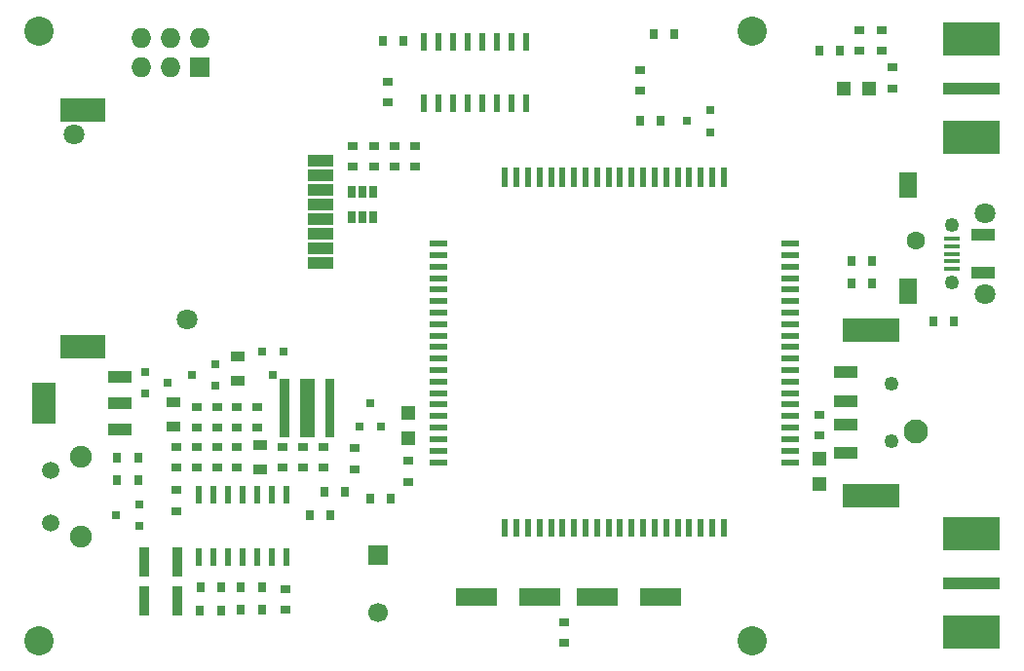
<source format=gts>
G04 #@! TF.FileFunction,Soldermask,Top*
%FSLAX46Y46*%
G04 Gerber Fmt 4.6, Leading zero omitted, Abs format (unit mm)*
G04 Created by KiCad (PCBNEW 4.0.2-stable) date 4/24/2017 9:06:07 AM*
%MOMM*%
G01*
G04 APERTURE LIST*
%ADD10C,0.100000*%
%ADD11R,0.900000X0.700000*%
%ADD12R,0.800100X0.800100*%
%ADD13R,3.599180X1.600200*%
%ADD14C,1.700000*%
%ADD15R,1.700000X1.700000*%
%ADD16C,2.540000*%
%ADD17R,0.600000X1.500000*%
%ADD18R,2.032000X3.657600*%
%ADD19R,2.032000X1.016000*%
%ADD20R,0.650000X1.060000*%
%ADD21R,1.250000X1.200000*%
%ADD22R,0.700000X0.900000*%
%ADD23C,1.800000*%
%ADD24R,1.350000X0.400000*%
%ADD25C,1.250000*%
%ADD26R,2.100000X1.100000*%
%ADD27R,5.000000X1.100000*%
%ADD28R,5.000000X3.000000*%
%ADD29R,2.300000X1.000000*%
%ADD30R,4.000000X2.000000*%
%ADD31R,1.600000X2.180000*%
%ADD32C,1.900000*%
%ADD33C,1.500000*%
%ADD34R,0.600000X1.800000*%
%ADD35R,1.500000X0.600000*%
%ADD36R,1.300000X0.900000*%
%ADD37R,0.900000X0.800000*%
%ADD38R,0.800000X0.900000*%
%ADD39R,1.727200X1.727200*%
%ADD40O,1.727200X1.727200*%
%ADD41C,1.600000*%
%ADD42C,2.100000*%
%ADD43R,0.900000X2.500000*%
%ADD44R,1.200000X1.250000*%
%ADD45R,2.000000X1.000000*%
%ADD46R,5.000000X2.000000*%
G04 APERTURE END LIST*
D10*
D11*
X115700000Y-20250000D03*
X115700000Y-18450000D03*
D12*
X51699240Y-48150000D03*
X51699240Y-50050000D03*
X53698220Y-49100000D03*
D13*
X86050820Y-67700000D03*
X80549180Y-67700000D03*
X91049180Y-67700000D03*
X96550820Y-67700000D03*
D14*
X72000000Y-69100000D03*
D15*
X72000000Y-64100000D03*
D16*
X42500000Y-71500000D03*
X42500000Y-18500000D03*
X104500000Y-18500000D03*
X104500000Y-71500000D03*
D17*
X63985000Y-58875000D03*
X62715000Y-58875000D03*
X61445000Y-58875000D03*
X60175000Y-58875000D03*
X58905000Y-58875000D03*
X57635000Y-58875000D03*
X56365000Y-58875000D03*
X56365000Y-64275000D03*
X57635000Y-64275000D03*
X58905000Y-64275000D03*
X60175000Y-64275000D03*
X61445000Y-64275000D03*
X62715000Y-64275000D03*
X63985000Y-64275000D03*
D18*
X42898000Y-50850000D03*
D19*
X49502000Y-50850000D03*
X49502000Y-48564000D03*
X49502000Y-53136000D03*
D17*
X75980000Y-24825000D03*
X77250000Y-24825000D03*
X78520000Y-24825000D03*
X79790000Y-24825000D03*
X81060000Y-24825000D03*
X82330000Y-24825000D03*
X83600000Y-24825000D03*
X84870000Y-24825000D03*
X84870000Y-19425000D03*
X83600000Y-19425000D03*
X82330000Y-19425000D03*
X81060000Y-19425000D03*
X79790000Y-19425000D03*
X78520000Y-19425000D03*
X77250000Y-19425000D03*
X75980000Y-19425000D03*
D20*
X71550000Y-32500000D03*
X70600000Y-32500000D03*
X69650000Y-32500000D03*
X69650000Y-34700000D03*
X71550000Y-34700000D03*
X70600000Y-34700000D03*
D21*
X74600000Y-53900000D03*
X74600000Y-51700000D03*
X110300000Y-55700000D03*
X110300000Y-57900000D03*
D11*
X116650000Y-23500000D03*
X116650000Y-21700000D03*
D22*
X110300000Y-20250000D03*
X112100000Y-20250000D03*
D23*
X124737460Y-41400900D03*
D24*
X121837460Y-39200900D03*
X121837460Y-38550900D03*
X121837460Y-37900900D03*
X121837460Y-37250900D03*
X121837460Y-36600900D03*
D25*
X121837460Y-40400900D03*
X121837460Y-35400900D03*
D23*
X124737460Y-34400900D03*
D26*
X124550000Y-39550000D03*
X124550000Y-36250000D03*
D27*
X123500000Y-23500000D03*
D28*
X123500000Y-19250000D03*
X123500000Y-27750000D03*
D27*
X123500000Y-66500000D03*
D28*
X123500000Y-62250000D03*
X123500000Y-70750000D03*
D29*
X66995000Y-38670000D03*
X66995000Y-36130000D03*
X66995000Y-33590000D03*
X66995000Y-29780000D03*
X66995000Y-37400000D03*
X66995000Y-34860000D03*
X66995000Y-32320000D03*
X66995000Y-31050000D03*
D30*
X46300000Y-45950000D03*
X46300000Y-25400000D03*
D23*
X45530000Y-27510000D03*
X55330000Y-43560000D03*
D12*
X63750000Y-46399240D03*
X61850000Y-46399240D03*
X62800000Y-48398220D03*
X51200760Y-61550000D03*
X51200760Y-59650000D03*
X49201780Y-60600000D03*
X57800760Y-49350000D03*
X57800760Y-47450000D03*
X55801780Y-48400000D03*
X70350000Y-52900760D03*
X72250000Y-52900760D03*
X71300000Y-50901780D03*
X100800760Y-27300000D03*
X100800760Y-25400000D03*
X98801780Y-26350000D03*
D31*
X117997680Y-41102430D03*
X118002320Y-31897570D03*
D32*
X46100000Y-55500000D03*
X46100000Y-62500000D03*
D33*
X43550000Y-56750000D03*
X43550000Y-61250000D03*
D34*
X102000000Y-31250000D03*
X101000000Y-31250000D03*
X100000000Y-31250000D03*
X99000000Y-31250000D03*
X98000000Y-31250000D03*
X97000000Y-31250000D03*
X96000000Y-31250000D03*
X95000000Y-31250000D03*
X94000000Y-31250000D03*
X93000000Y-31250000D03*
X92000000Y-31250000D03*
X91000000Y-31250000D03*
X90000000Y-31250000D03*
X89000000Y-31250000D03*
X88000000Y-31250000D03*
X87000000Y-31250000D03*
X86000000Y-31250000D03*
X85000000Y-31250000D03*
X84000000Y-31250000D03*
X83000000Y-31250000D03*
D35*
X77250000Y-37000000D03*
X77250000Y-38000000D03*
X77250000Y-39000000D03*
X77250000Y-40000000D03*
X77250000Y-41000000D03*
X77250000Y-42000000D03*
X77250000Y-43000000D03*
X77250000Y-44000000D03*
X77250000Y-45000000D03*
X77250000Y-46000000D03*
X77250000Y-47000000D03*
X77250000Y-48000000D03*
X77250000Y-49000000D03*
X77250000Y-50000000D03*
X77250000Y-51000000D03*
X77250000Y-52000000D03*
X77250000Y-53000000D03*
X77250000Y-54000000D03*
X77250000Y-55000000D03*
X77250000Y-56000000D03*
D17*
X83000000Y-61750000D03*
X84000000Y-61750000D03*
X85000000Y-61750000D03*
X86000000Y-61750000D03*
X87000000Y-61750000D03*
X88000000Y-61750000D03*
X89000000Y-61750000D03*
X90000000Y-61750000D03*
X91000000Y-61750000D03*
X92000000Y-61750000D03*
X93000000Y-61750000D03*
X94000000Y-61750000D03*
X95000000Y-61750000D03*
X96000000Y-61750000D03*
X97000000Y-61750000D03*
X98000000Y-61750000D03*
X99000000Y-61750000D03*
X100000000Y-61750000D03*
X101000000Y-61750000D03*
X102000000Y-61750000D03*
D35*
X107750000Y-56000000D03*
X107750000Y-55000000D03*
X107750000Y-54000000D03*
X107750000Y-53000000D03*
X107750000Y-52000000D03*
X107750000Y-51000000D03*
X107750000Y-50000000D03*
X107750000Y-49000000D03*
X107750000Y-48000000D03*
X107750000Y-47000000D03*
X107750000Y-46000000D03*
X107750000Y-45000000D03*
X107750000Y-44000000D03*
X107750000Y-43000000D03*
X107750000Y-42000000D03*
X107750000Y-41000000D03*
X107750000Y-40000000D03*
X107750000Y-39000000D03*
X107750000Y-38000000D03*
X107750000Y-37000000D03*
D36*
X61700000Y-54550000D03*
X61700000Y-56650000D03*
X54200000Y-52900000D03*
X54200000Y-50800000D03*
X59800000Y-46850000D03*
X59800000Y-48950000D03*
D37*
X73400000Y-28500000D03*
X73400000Y-30300000D03*
X71600000Y-28500000D03*
X71600000Y-30300000D03*
X75200000Y-28500000D03*
X75200000Y-30300000D03*
D38*
X96550000Y-26350000D03*
X94750000Y-26350000D03*
D37*
X72800000Y-22900000D03*
X72800000Y-24700000D03*
D38*
X113100000Y-40500000D03*
X114900000Y-40500000D03*
X114900000Y-38500000D03*
X113100000Y-38500000D03*
X120200000Y-43800000D03*
X122000000Y-43800000D03*
D37*
X69900000Y-56600000D03*
X69900000Y-54800000D03*
D38*
X73100000Y-59200000D03*
X71300000Y-59200000D03*
D37*
X56200000Y-53000000D03*
X56200000Y-51200000D03*
D38*
X51100000Y-55600000D03*
X49300000Y-55600000D03*
X51100000Y-57600000D03*
X49300000Y-57600000D03*
D37*
X57950000Y-51200000D03*
X57950000Y-53000000D03*
D38*
X67800000Y-60600000D03*
X66000000Y-60600000D03*
X61850000Y-68850000D03*
X60050000Y-68850000D03*
X58350000Y-66850000D03*
X56550000Y-66850000D03*
D37*
X65450000Y-54700000D03*
X65450000Y-56500000D03*
D38*
X60050000Y-66850000D03*
X61850000Y-66850000D03*
D37*
X63700000Y-54700000D03*
X63700000Y-56500000D03*
X61450000Y-53000000D03*
X61450000Y-51200000D03*
X59700000Y-51200000D03*
X59700000Y-53000000D03*
X56200000Y-56500000D03*
X56200000Y-54700000D03*
X59700000Y-56500000D03*
X59700000Y-54700000D03*
X57950000Y-56500000D03*
X57950000Y-54700000D03*
X54450000Y-60250000D03*
X54450000Y-58450000D03*
X54450000Y-54700000D03*
X54450000Y-56500000D03*
X88100000Y-69900000D03*
X88100000Y-71700000D03*
D22*
X58300000Y-68900000D03*
X56500000Y-68900000D03*
D11*
X63950000Y-68850000D03*
X63950000Y-67050000D03*
D22*
X69100000Y-58600000D03*
X67300000Y-58600000D03*
D11*
X67200000Y-54700000D03*
X67200000Y-56500000D03*
X74600000Y-55900000D03*
X74600000Y-57700000D03*
X110300000Y-53700000D03*
X110300000Y-51900000D03*
D22*
X95900000Y-18800000D03*
X97700000Y-18800000D03*
D11*
X94700000Y-23700000D03*
X94700000Y-21900000D03*
D22*
X74150000Y-19400000D03*
X72350000Y-19400000D03*
D11*
X69800000Y-28500000D03*
X69800000Y-30300000D03*
X113800000Y-20250000D03*
X113800000Y-18450000D03*
D39*
X56500000Y-21700000D03*
D40*
X56500000Y-19160000D03*
X53960000Y-21700000D03*
X53960000Y-19160000D03*
X51420000Y-21700000D03*
X51420000Y-19160000D03*
D41*
X118700000Y-36700000D03*
D42*
X118700000Y-53300000D03*
D43*
X54550000Y-64700000D03*
X51650000Y-64700000D03*
X54550000Y-68100000D03*
X51650000Y-68100000D03*
D44*
X114600000Y-23500000D03*
X112400000Y-23500000D03*
D10*
G36*
X63450000Y-53850000D02*
X63450000Y-48750000D01*
X64250000Y-48750000D01*
X64250000Y-53850000D01*
X63450000Y-53850000D01*
X63450000Y-53850000D01*
G37*
G36*
X65150000Y-53850000D02*
X65150000Y-48750000D01*
X66450000Y-48750000D01*
X66450000Y-53850000D01*
X65150000Y-53850000D01*
X65150000Y-53850000D01*
G37*
G36*
X67350000Y-53850000D02*
X67350000Y-48750000D01*
X68150000Y-48750000D01*
X68150000Y-53850000D01*
X67350000Y-53850000D01*
X67350000Y-53850000D01*
G37*
D25*
X116600000Y-54200000D03*
X116600000Y-49200000D03*
D45*
X112600000Y-55200000D03*
X112600000Y-52700000D03*
X112600000Y-50700000D03*
X112600000Y-48200000D03*
D46*
X114800000Y-58900000D03*
X114800000Y-44500000D03*
M02*

</source>
